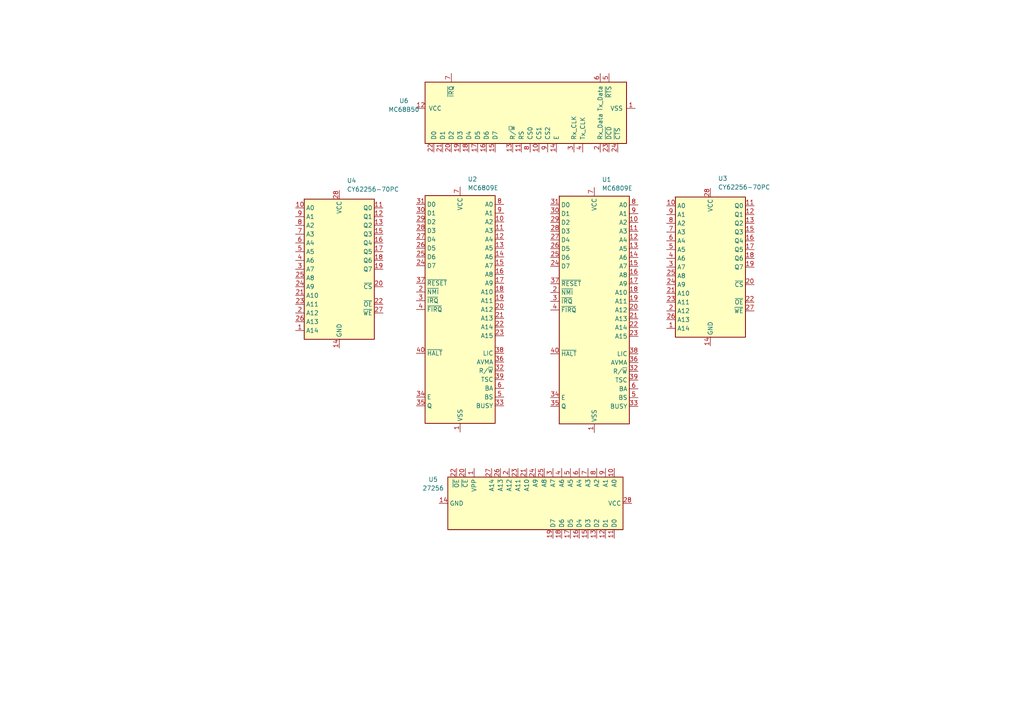
<source format=kicad_sch>
(kicad_sch (version 20230121) (generator eeschema)
  (paper "A4")
  (title_block (title "Third") (date "2024-01-29") (rev "1.2") (company "Cartheur Research"))
  (lib_symbols
    (symbol "CPU_NXP_6800:MC6809E"
      (property "Reference" "U" (at -7.62 34.544 0))
      (property "Value" "MC6809E" (at 10.16 34.544 0))
      (symbol "MC6809E_0_1"
        (rectangle (start -10.16 -33.02) (end 10.16 33.02) (stroke (width 0.254)) (fill (type background)))
      )
      (symbol "MC6809E_1_1"
        (pin power_in line (at 0 -35.56 90) (length 2.54) (name "VSS") (number "1"))
        (pin output line (at 12.7 25.4 180) (length 2.54) (name "A2") (number "10"))
        (pin output line (at 12.7 22.86 180) (length 2.54) (name "A3") (number "11"))
        (pin output line (at 12.7 20.32 180) (length 2.54) (name "A4") (number "12"))
        (pin output line (at 12.7 17.78 180) (length 2.54) (name "A5") (number "13"))
        (pin output line (at 12.7 15.24 180) (length 2.54) (name "A6") (number "14"))
        (pin output line (at 12.7 12.7 180) (length 2.54) (name "A7") (number "15"))
        (pin output line (at 12.7 10.16 180) (length 2.54) (name "A8") (number "16"))
        (pin output line (at 12.7 7.62 180) (length 2.54) (name "A9") (number "17"))
        (pin output line (at 12.7 5.08 180) (length 2.54) (name "A10") (number "18"))
        (pin output line (at 12.7 2.54 180) (length 2.54) (name "A11") (number "19"))
        (pin input line (at -12.7 5.08 0) (length 2.54) (name "~{NMI}") (number "2"))
        (pin output line (at 12.7 0 180) (length 2.54) (name "A12") (number "20"))
        (pin output line (at 12.7 -2.54 180) (length 2.54) (name "A13") (number "21"))
        (pin output line (at 12.7 -5.08 180) (length 2.54) (name "A14") (number "22"))
        (pin output line (at 12.7 -7.62 180) (length 2.54) (name "A15") (number "23"))
        (pin bidirectional line (at -12.7 12.7 0) (length 2.54) (name "D7") (number "24"))
        (pin bidirectional line (at -12.7 15.24 0) (length 2.54) (name "D6") (number "25"))
        (pin bidirectional line (at -12.7 17.78 0) (length 2.54) (name "D5") (number "26"))
        (pin bidirectional line (at -12.7 20.32 0) (length 2.54) (name "D4") (number "27"))
        (pin bidirectional line (at -12.7 22.86 0) (length 2.54) (name "D3") (number "28"))
        (pin bidirectional line (at -12.7 25.4 0) (length 2.54) (name "D2") (number "29"))
        (pin input line (at -12.7 2.54 0) (length 2.54) (name "~{IRQ}") (number "3"))
        (pin bidirectional line (at -12.7 27.94 0) (length 2.54) (name "D1") (number "30"))
        (pin bidirectional line (at -12.7 30.48 0) (length 2.54) (name "D0") (number "31"))
        (pin output line (at 12.7 -17.78 180) (length 2.54) (name "R/~{W}") (number "32"))
        (pin output line (at 12.7 -27.94 180) (length 2.54) (name "BUSY") (number "33"))
        (pin input line (at -12.7 -25.4 0) (length 2.54) (name "E") (number "34"))
        (pin input line (at -12.7 -27.94 0) (length 2.54) (name "Q") (number "35"))
        (pin output line (at 12.7 -15.24 180) (length 2.54) (name "AVMA") (number "36"))
        (pin input line (at -12.7 7.62 0) (length 2.54) (name "~{RESET}") (number "37"))
        (pin output line (at 12.7 -12.7 180) (length 2.54) (name "LIC") (number "38"))
        (pin output line (at 12.7 -20.32 180) (length 2.54) (name "TSC") (number "39"))
        (pin input line (at -12.7 0 0) (length 2.54) (name "~{FIRQ}") (number "4"))
        (pin input line (at -12.7 -12.7 0) (length 2.54) (name "~{HALT}") (number "40"))
        (pin output line (at 12.7 -25.4 180) (length 2.54) (name "BS") (number "5"))
        (pin output line (at 12.7 -22.86 180) (length 2.54) (name "BA") (number "6"))
        (pin power_in line (at 0 35.56 270) (length 2.54) (name "VCC") (number "7"))
        (pin output line (at 12.7 30.48 180) (length 2.54) (name "A0") (number "8"))
        (pin output line (at 12.7 27.94 180) (length 2.54) (name "A1") (number "9"))
      )
    )
    (symbol "Interface_UART:MC68B50" (pin_names (offset 1.016))
      (property "Reference" "U" (at -7.366 31.75 0))
      (property "Value" "MC68B50" (at 10.414 31.75 0))
      (symbol "MC68B50_1_1"
        (rectangle (start -10.16 -27.94) (end 7.62 30.48) (stroke (width 0.254)) (fill (type background)))
        (pin power_in line (at 0 -30.48 90) (length 2.54) (name "VSS") (number "1"))
        (pin input line (at -12.7 -2.54 0) (length 2.54) (name "CS1") (number "10"))
        (pin input line (at -12.7 2.54 0) (length 2.54) (name "RS") (number "11"))
        (pin power_in line (at 0 33.02 270) (length 2.54) (name "VCC") (number "12"))
        (pin input line (at -12.7 5.08 0) (length 2.54) (name "R/~{W}") (number "13"))
        (pin input line (at -12.7 -7.62 0) (length 2.54) (name "E") (number "14"))
        (pin bidirectional line (at -12.7 10.16 0) (length 2.54) (name "D7") (number "15"))
        (pin bidirectional line (at -12.7 12.7 0) (length 2.54) (name "D6") (number "16"))
        (pin bidirectional line (at -12.7 15.24 0) (length 2.54) (name "D5") (number "17"))
        (pin bidirectional line (at -12.7 17.78 0) (length 2.54) (name "D4") (number "18"))
        (pin bidirectional line (at -12.7 20.32 0) (length 2.54) (name "D3") (number "19"))
        (pin input line (at -12.7 -20.32 0) (length 2.54) (name "Rx_Data") (number "2"))
        (pin bidirectional line (at -12.7 22.86 0) (length 2.54) (name "D2") (number "20"))
        (pin bidirectional line (at -12.7 25.4 0) (length 2.54) (name "D1") (number "21"))
        (pin bidirectional line (at -12.7 27.94 0) (length 2.54) (name "D0") (number "22"))
        (pin input line (at -12.7 -22.86 0) (length 2.54) (name "~{DCD}") (number "23"))
        (pin input line (at -12.7 -25.4 0) (length 2.54) (name "~{CTS}") (number "24"))
        (pin input line (at -12.7 -12.7 0) (length 2.54) (name "Rx_CLK") (number "3"))
        (pin input line (at -12.7 -15.24 0) (length 2.54) (name "Tx_CLK") (number "4"))
        (pin output line (at 10.16 -22.86 180) (length 2.54) (name "~{RTS}") (number "5"))
        (pin output line (at 10.16 -20.32 180) (length 2.54) (name "Tx_Data") (number "6"))
        (pin output line (at 10.16 22.86 180) (length 2.54) (name "~{IRQ}") (number "7"))
        (pin input line (at -12.7 0 0) (length 2.54) (name "CS0") (number "8"))
        (pin input line (at -12.7 -5.08 0) (length 2.54) (name "CS2") (number "9"))
      )
    )
    (symbol "Memory_EPROM:27256"
      (property "Reference" "U" (at -7.62 26.67 0))
      (property "Value" "27256" (at 2.54 -26.67 0))
      (symbol "27256_1_1"
        (rectangle (start -7.62 25.4) (end 7.62 -25.4) (stroke (width 0.254)) (fill (type background)))
        (pin input line (at -10.16 -17.78 0) (length 2.54) (name "VPP") (number "1"))
        (pin input line (at -10.16 22.86 0) (length 2.54) (name "A0") (number "10"))
        (pin tri_state line (at 10.16 22.86 180) (length 2.54) (name "D0") (number "11"))
        (pin tri_state line (at 10.16 20.32 180) (length 2.54) (name "D1") (number "12"))
        (pin tri_state line (at 10.16 17.78 180) (length 2.54) (name "D2") (number "13"))
        (pin power_in line (at 0 -27.94 90) (length 2.54) (name "GND") (number "14"))
        (pin tri_state line (at 10.16 15.24 180) (length 2.54) (name "D3") (number "15"))
        (pin tri_state line (at 10.16 12.7 180) (length 2.54) (name "D4") (number "16"))
        (pin tri_state line (at 10.16 10.16 180) (length 2.54) (name "D5") (number "17"))
        (pin tri_state line (at 10.16 7.62 180) (length 2.54) (name "D6") (number "18"))
        (pin tri_state line (at 10.16 5.08 180) (length 2.54) (name "D7") (number "19"))
        (pin input line (at -10.16 -7.62 0) (length 2.54) (name "A12") (number "2"))
        (pin input line (at -10.16 -20.32 0) (length 2.54) (name "~{CE}") (number "20"))
        (pin input line (at -10.16 -2.54 0) (length 2.54) (name "A10") (number "21"))
        (pin input line (at -10.16 -22.86 0) (length 2.54) (name "~{OE}") (number "22"))
        (pin input line (at -10.16 -5.08 0) (length 2.54) (name "A11") (number "23"))
        (pin input line (at -10.16 0 0) (length 2.54) (name "A9") (number "24"))
        (pin input line (at -10.16 2.54 0) (length 2.54) (name "A8") (number "25"))
        (pin input line (at -10.16 -10.16 0) (length 2.54) (name "A13") (number "26"))
        (pin input line (at -10.16 -12.7 0) (length 2.54) (name "A14") (number "27"))
        (pin power_in line (at 0 27.94 270) (length 2.54) (name "VCC") (number "28"))
        (pin input line (at -10.16 5.08 0) (length 2.54) (name "A7") (number "3"))
        (pin input line (at -10.16 7.62 0) (length 2.54) (name "A6") (number "4"))
        (pin input line (at -10.16 10.16 0) (length 2.54) (name "A5") (number "5"))
        (pin input line (at -10.16 12.7 0) (length 2.54) (name "A4") (number "6"))
        (pin input line (at -10.16 15.24 0) (length 2.54) (name "A3") (number "7"))
        (pin input line (at -10.16 17.78 0) (length 2.54) (name "A2") (number "8"))
        (pin input line (at -10.16 20.32 0) (length 2.54) (name "A1") (number "9"))
      )
    )
    (symbol "Memory_RAM:CY62256-70PC"
      (property "Reference" "U" (at -10.16 20.955 0))
      (property "Value" "CY62256-70PC" (at 2.54 20.955 0))
      (symbol "CY62256-70PC_0_0"
        (pin power_in line (at 0 -22.86 90) (length 2.54) (name "GND") (number "14"))
        (pin power_in line (at 0 22.86 270) (length 2.54) (name "VCC") (number "28"))
      )
      (symbol "CY62256-70PC_0_1"
        (rectangle (start -10.16 20.32) (end 10.16 -20.32) (stroke (width 0.254)) (fill (type background)))
      )
      (symbol "CY62256-70PC_1_1"
        (pin input line (at -12.7 -17.78 0) (length 2.54) (name "A14") (number "1"))
        (pin input line (at -12.7 17.78 0) (length 2.54) (name "A0") (number "10"))
        (pin tri_state line (at 12.7 17.78 180) (length 2.54) (name "Q0") (number "11"))
        (pin tri_state line (at 12.7 15.24 180) (length 2.54) (name "Q1") (number "12"))
        (pin tri_state line (at 12.7 12.7 180) (length 2.54) (name "Q2") (number "13"))
        (pin tri_state line (at 12.7 10.16 180) (length 2.54) (name "Q3") (number "15"))
        (pin tri_state line (at 12.7 7.62 180) (length 2.54) (name "Q4") (number "16"))
        (pin tri_state line (at 12.7 5.08 180) (length 2.54) (name "Q5") (number "17"))
        (pin tri_state line (at 12.7 2.54 180) (length 2.54) (name "Q6") (number "18"))
        (pin tri_state line (at 12.7 0 180) (length 2.54) (name "Q7") (number "19"))
        (pin input line (at -12.7 -12.7 0) (length 2.54) (name "A12") (number "2"))
        (pin input line (at 12.7 -5.08 180) (length 2.54) (name "~{CS}") (number "20"))
        (pin input line (at -12.7 -7.62 0) (length 2.54) (name "A10") (number "21"))
        (pin input line (at 12.7 -10.16 180) (length 2.54) (name "~{OE}") (number "22"))
        (pin input line (at -12.7 -10.16 0) (length 2.54) (name "A11") (number "23"))
        (pin input line (at -12.7 -5.08 0) (length 2.54) (name "A9") (number "24"))
        (pin input line (at -12.7 -2.54 0) (length 2.54) (name "A8") (number "25"))
        (pin input line (at -12.7 -15.24 0) (length 2.54) (name "A13") (number "26"))
        (pin input line (at 12.7 -12.7 180) (length 2.54) (name "~{WE}") (number "27"))
        (pin input line (at -12.7 0 0) (length 2.54) (name "A7") (number "3"))
        (pin input line (at -12.7 2.54 0) (length 2.54) (name "A6") (number "4"))
        (pin input line (at -12.7 5.08 0) (length 2.54) (name "A5") (number "5"))
        (pin input line (at -12.7 7.62 0) (length 2.54) (name "A4") (number "6"))
        (pin input line (at -12.7 10.16 0) (length 2.54) (name "A3") (number "7"))
        (pin input line (at -12.7 12.7 0) (length 2.54) (name "A2") (number "8"))
        (pin input line (at -12.7 15.24 0) (length 2.54) (name "A1") (number "9"))
      )
    )
  )
  (symbol (lib_id "Memory_RAM:CY62256-70PC") (at 98.3996 78.0796 0) (unit 1)
    (property "Reference" "U4" (at 100.5937 52.3748 0) (effects (justify left)))
    (property "Value" "CY62256-70PC" (at 100.5937 54.9148 0) (effects (justify left)))
    (property "Footprint" "Package_DIP:DIP-28_W15.24mm" (effects hide))
    (property "Datasheet" "https://ecee.colorado.edu/~mcclurel/Cypress_SRAM_CY62256.pdf" (effects hide))
  )
  (symbol (lib_id "CPU_NXP_6800:MC6809E") (at 133.4516 89.7636 0) (unit 1)
    (property "Reference" "U2" (at 135.6457 51.9684 0) (effects (justify left)))
    (property "Value" "MC6809E" (at 135.6457 54.5084 0) (effects (justify left)))
    (property "Footprint" "Package_DIP:DIP-40_W15.24mm" (effects hide))
    (property "Datasheet" "http://pdf.datasheetcatalog.com/datasheet/motorola/MC68B09S.pdf" (effects hide))
  )
  (symbol (lib_id "Memory_RAM:CY62256-70PC") (at 206.0448 77.47 0) (unit 1)
    (property "Reference" "U3" (at 208.2389 51.7652 0) (effects (justify left)))
    (property "Value" "CY62256-70PC" (at 208.2389 54.3052 0) (effects (justify left)))
    (property "Footprint" "Package_DIP:DIP-28_W15.24mm" (effects hide))
    (property "Datasheet" "https://ecee.colorado.edu/~mcclurel/Cypress_SRAM_CY62256.pdf" (effects hide))
  )
  (symbol (lib_id "Memory_EPROM:27256") (at 155.2956 145.9992 270) (unit 1)
    (property "Reference" "U5" (at 125.6284 139.0711 90))
    (property "Value" "27256" (at 125.6284 141.6111 90))
    (property "Footprint" "Package_DIP:DIP-28_W15.24mm" (effects hide))
    (property "Datasheet" "http://datasheet.octopart.com/D27256-2-Intel-datasheet-17852618.pdf" (effects hide))
  )
  (symbol (lib_id "Interface_UART:MC68B50") (at 153.7716 31.4452 90) (unit 1)
    (property "Reference" "U6" (at 117.1448 29.2293 90))
    (property "Value" "MC68B50" (at 117.1448 31.7693 90))
    (property "Footprint" "Package_DIP:DIP-24_W15.24mm" (effects hide))
    (property "Datasheet" "http://pdf.datasheetcatalog.com/datasheet/motorola/MC6850.pdf" (effects hide))
  )
  (symbol (lib_id "CPU_NXP_6800:MC6809E") (at 172.3644 89.916 0) (unit 1)
    (property "Reference" "U1" (at 174.5585 52.07 0) (effects (justify left)))
    (property "Value" "MC6809E" (at 174.5585 54.61 0) (effects (justify left)))
    (property "Footprint" "Package_DIP:DIP-40_W15.24mm" (effects hide))
    (property "Datasheet" "http://pdf.datasheetcatalog.com/datasheet/motorola/MC68B09S.pdf" (effects hide))
  )
)
</source>
